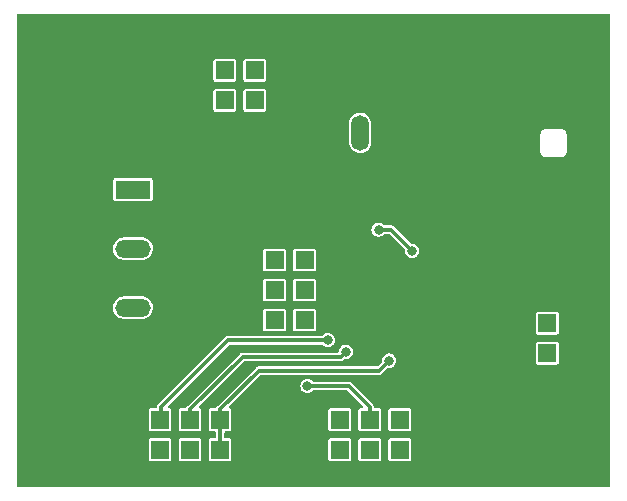
<source format=gbr>
%TF.GenerationSoftware,KiCad,Pcbnew,7.0.5.1-1-g8f565ef7f0-dirty-deb11*%
%TF.CreationDate,2023-07-04T07:55:59+00:00*%
%TF.ProjectId,DRV10987V01,44525631-3039-4383-9756-30312e6b6963,01A*%
%TF.SameCoordinates,Original*%
%TF.FileFunction,Copper,L1,Top*%
%TF.FilePolarity,Positive*%
%FSLAX46Y46*%
G04 Gerber Fmt 4.6, Leading zero omitted, Abs format (unit mm)*
G04 Created by KiCad (PCBNEW 7.0.5.1-1-g8f565ef7f0-dirty-deb11) date 2023-07-04 07:55:59*
%MOMM*%
%LPD*%
G01*
G04 APERTURE LIST*
%TA.AperFunction,ComponentPad*%
%ADD10C,6.000000*%
%TD*%
%TA.AperFunction,ComponentPad*%
%ADD11R,1.500000X3.000000*%
%TD*%
%TA.AperFunction,ComponentPad*%
%ADD12O,1.500000X3.000000*%
%TD*%
%TA.AperFunction,ComponentPad*%
%ADD13R,1.524000X1.524000*%
%TD*%
%TA.AperFunction,ComponentPad*%
%ADD14R,3.000000X1.500000*%
%TD*%
%TA.AperFunction,ComponentPad*%
%ADD15O,3.000000X1.500000*%
%TD*%
%TA.AperFunction,ComponentPad*%
%ADD16C,0.300000*%
%TD*%
%TA.AperFunction,ViaPad*%
%ADD17C,0.800000*%
%TD*%
%TA.AperFunction,Conductor*%
%ADD18C,0.300000*%
%TD*%
G04 APERTURE END LIST*
D10*
%TO.P,M2,1*%
%TO.N,GND*%
X7400000Y40640000D03*
%TD*%
D11*
%TO.P,J11,1*%
%TO.N,GND*%
X36650000Y35350000D03*
D12*
%TO.P,J11,2*%
%TO.N,+12V*%
X31650000Y35350000D03*
%TD*%
D10*
%TO.P,M4,1*%
%TO.N,GND*%
X7400000Y10160000D03*
%TD*%
D13*
%TO.P,J10,1*%
%TO.N,GND*%
X44975000Y16700000D03*
%TO.P,J10,2*%
X44975000Y19240000D03*
%TO.P,J10,3*%
%TO.N,+5V*%
X47515000Y16700000D03*
%TO.P,J10,4*%
X47515000Y19240000D03*
%TO.P,J10,5*%
%TO.N,GND*%
X50055000Y16700000D03*
%TO.P,J10,6*%
X50055000Y19240000D03*
%TD*%
D10*
%TO.P,M3,1*%
%TO.N,GND*%
X48040000Y10160000D03*
%TD*%
D13*
%TO.P,J2,1*%
%TO.N,GND*%
X27400000Y8536250D03*
%TO.P,J2,2*%
X27400000Y11076250D03*
%TO.P,J2,3*%
%TO.N,/SDA*%
X29940000Y8536250D03*
%TO.P,J2,4*%
X29940000Y11076250D03*
%TO.P,J2,5*%
%TO.N,VDD*%
X32480000Y8536250D03*
%TO.P,J2,6*%
X32480000Y11076250D03*
%TO.P,J2,7*%
%TO.N,/SCL*%
X35020000Y8536250D03*
%TO.P,J2,8*%
X35020000Y11076250D03*
%TO.P,J2,9*%
%TO.N,GND*%
X37560000Y8536250D03*
%TO.P,J2,10*%
X37560000Y11076250D03*
%TD*%
D10*
%TO.P,M1,1*%
%TO.N,GND*%
X48040000Y40640000D03*
%TD*%
D13*
%TO.P,J5,1*%
%TO.N,/DIR*%
X14720000Y8525000D03*
%TO.P,J5,2*%
X14720000Y11065000D03*
%TO.P,J5,3*%
%TO.N,/STEP*%
X17260000Y8525000D03*
%TO.P,J5,4*%
X17260000Y11065000D03*
%TO.P,J5,5*%
%TO.N,/FG*%
X19800000Y8525000D03*
%TO.P,J5,6*%
X19800000Y11065000D03*
%TD*%
D14*
%TO.P,J12,1*%
%TO.N,/W*%
X12425000Y30550000D03*
D15*
%TO.P,J12,2*%
%TO.N,/V*%
X12425000Y25550000D03*
%TO.P,J12,3*%
%TO.N,/U*%
X12425000Y20550000D03*
%TD*%
D13*
%TO.P,J6,1*%
%TO.N,/U*%
X26965000Y19500000D03*
%TO.P,J6,2*%
X24425000Y19500000D03*
%TO.P,J6,3*%
%TO.N,/V*%
X26965000Y22040000D03*
%TO.P,J6,4*%
X24425000Y22040000D03*
%TO.P,J6,5*%
%TO.N,/W*%
X26965000Y24580000D03*
%TO.P,J6,6*%
X24425000Y24580000D03*
%TD*%
%TO.P,J3,1*%
%TO.N,GND*%
X20200000Y43180000D03*
%TO.P,J3,2*%
X22740000Y43180000D03*
%TO.P,J3,3*%
%TO.N,+12V*%
X20200000Y40640000D03*
%TO.P,J3,4*%
X22740000Y40640000D03*
%TO.P,J3,5*%
X20200000Y38100000D03*
%TO.P,J3,6*%
X22740000Y38100000D03*
%TO.P,J3,7*%
%TO.N,GND*%
X20200000Y35560000D03*
%TO.P,J3,8*%
X22740000Y35560000D03*
%TD*%
D16*
%TO.P,IC1,25,GND_2*%
%TO.N,GND*%
X34507500Y18660000D03*
X34507500Y19860000D03*
X34507500Y21060000D03*
X34507500Y22260000D03*
X34507500Y23460000D03*
X33307500Y18660000D03*
X33307500Y19860000D03*
X33307500Y21060000D03*
X33307500Y22260000D03*
X33307500Y23460000D03*
X32107500Y18660000D03*
X32107500Y19860000D03*
X32107500Y21060000D03*
X32107500Y22260000D03*
X32107500Y23460000D03*
%TD*%
D17*
%TO.N,GND*%
X18542000Y17957800D03*
X41529000Y8102600D03*
X23520400Y11277600D03*
X29275000Y40575000D03*
X33451800Y24536400D03*
X38506400Y13589000D03*
X23200000Y13750000D03*
X51485800Y26847800D03*
X34467800Y24536400D03*
X18084800Y27051000D03*
X41529000Y9575800D03*
X32100000Y29175000D03*
X23520400Y8966200D03*
X51689000Y23266400D03*
X11938000Y18364200D03*
X32275000Y38450000D03*
X33096200Y17653000D03*
X23500000Y26575000D03*
X27850000Y34375000D03*
X39649400Y15570200D03*
X19253200Y21361400D03*
X50876200Y28752800D03*
X32258000Y25679400D03*
X25501600Y33147000D03*
X42011600Y38100000D03*
X24875000Y13725000D03*
X15544800Y32359600D03*
X12065000Y28397200D03*
X39852600Y12217400D03*
X27825000Y30100000D03*
X32080200Y17653000D03*
X15525000Y18550000D03*
X13385800Y36880800D03*
X13360400Y40843200D03*
X11963400Y23241000D03*
X20675600Y32385000D03*
X32258000Y24536400D03*
X31699200Y16332200D03*
X39825000Y19225000D03*
X24384000Y30810200D03*
%TO.N,Net-(IC1-VCP)*%
X36070000Y25360000D03*
X33220000Y27165000D03*
%TO.N,/STEP*%
X30450000Y16825000D03*
%TO.N,/DIR*%
X28925000Y17800000D03*
%TO.N,/FG*%
X34129977Y16070023D03*
%TO.N,VDD*%
X27200000Y13900000D03*
%TD*%
D18*
%TO.N,Net-(IC1-VCP)*%
X34265000Y27165000D02*
X36070000Y25360000D01*
X33220000Y27165000D02*
X34265000Y27165000D01*
%TO.N,/STEP*%
X30450000Y16825000D02*
X30025000Y16400000D01*
X17260000Y11935000D02*
X17260000Y11065000D01*
X30025000Y16400000D02*
X21725000Y16400000D01*
X21725000Y16400000D02*
X17260000Y11935000D01*
%TO.N,/DIR*%
X14800000Y11145000D02*
X14720000Y11065000D01*
X20450000Y17775000D02*
X14800000Y12125000D01*
X28900000Y17775000D02*
X20450000Y17775000D01*
X28925000Y17800000D02*
X28900000Y17775000D01*
X14800000Y12125000D02*
X14800000Y11145000D01*
%TO.N,/FG*%
X34129977Y16070023D02*
X34095023Y16070023D01*
X34095023Y16070023D02*
X33250000Y15225000D01*
X23100000Y15225000D02*
X19810000Y11935000D01*
X33250000Y15225000D02*
X23100000Y15225000D01*
X19810000Y11935000D02*
X19810000Y8510000D01*
%TO.N,VDD*%
X32480000Y12145000D02*
X32480000Y11076250D01*
X27200000Y13900000D02*
X30725000Y13900000D01*
X30725000Y13900000D02*
X32480000Y12145000D01*
%TD*%
%TA.AperFunction,Conductor*%
%TO.N,GND*%
G36*
X52798539Y45435815D02*
G01*
X52844294Y45383011D01*
X52855500Y45331500D01*
X52855500Y5468500D01*
X52835815Y5401461D01*
X52783011Y5355706D01*
X52731500Y5344500D01*
X2708500Y5344500D01*
X2641461Y5364185D01*
X2595706Y5416989D01*
X2584500Y5468500D01*
X2584500Y7743248D01*
X13757500Y7743248D01*
X13769131Y7684771D01*
X13769132Y7684770D01*
X13813447Y7618448D01*
X13879769Y7574133D01*
X13879770Y7574132D01*
X13938247Y7562501D01*
X13938250Y7562500D01*
X13938252Y7562500D01*
X15501750Y7562500D01*
X15501751Y7562501D01*
X15516568Y7565448D01*
X15560229Y7574132D01*
X15560229Y7574133D01*
X15560231Y7574133D01*
X15626552Y7618448D01*
X15670867Y7684769D01*
X15670867Y7684771D01*
X15670868Y7684771D01*
X15682499Y7743248D01*
X16297500Y7743248D01*
X16309131Y7684771D01*
X16309132Y7684770D01*
X16353447Y7618448D01*
X16419769Y7574133D01*
X16419770Y7574132D01*
X16478247Y7562501D01*
X16478250Y7562500D01*
X16478252Y7562500D01*
X18041750Y7562500D01*
X18041751Y7562501D01*
X18056568Y7565448D01*
X18100229Y7574132D01*
X18100229Y7574133D01*
X18100231Y7574133D01*
X18166552Y7618448D01*
X18210867Y7684769D01*
X18210867Y7684771D01*
X18210868Y7684771D01*
X18222499Y7743248D01*
X18837500Y7743248D01*
X18849131Y7684771D01*
X18849132Y7684770D01*
X18893447Y7618448D01*
X18959769Y7574133D01*
X18959770Y7574132D01*
X19018247Y7562501D01*
X19018250Y7562500D01*
X19018252Y7562500D01*
X20581750Y7562500D01*
X20581751Y7562501D01*
X20596568Y7565448D01*
X20640229Y7574132D01*
X20640229Y7574133D01*
X20640231Y7574133D01*
X20706552Y7618448D01*
X20750867Y7684769D01*
X20750867Y7684771D01*
X20750868Y7684771D01*
X20762499Y7743248D01*
X20762500Y7743250D01*
X20762500Y7754498D01*
X28977500Y7754498D01*
X28989131Y7696021D01*
X28989132Y7696020D01*
X29033447Y7629698D01*
X29099769Y7585383D01*
X29099770Y7585382D01*
X29158247Y7573751D01*
X29158250Y7573750D01*
X29158252Y7573750D01*
X30721750Y7573750D01*
X30721751Y7573751D01*
X30736568Y7576698D01*
X30780229Y7585382D01*
X30780229Y7585383D01*
X30780231Y7585383D01*
X30846552Y7629698D01*
X30890867Y7696019D01*
X30890867Y7696021D01*
X30890868Y7696021D01*
X30902499Y7754498D01*
X31517500Y7754498D01*
X31529131Y7696021D01*
X31529132Y7696020D01*
X31573447Y7629698D01*
X31639769Y7585383D01*
X31639770Y7585382D01*
X31698247Y7573751D01*
X31698250Y7573750D01*
X31698252Y7573750D01*
X33261750Y7573750D01*
X33261751Y7573751D01*
X33276568Y7576698D01*
X33320229Y7585382D01*
X33320229Y7585383D01*
X33320231Y7585383D01*
X33386552Y7629698D01*
X33430867Y7696019D01*
X33430867Y7696021D01*
X33430868Y7696021D01*
X33442499Y7754498D01*
X34057500Y7754498D01*
X34069131Y7696021D01*
X34069132Y7696020D01*
X34113447Y7629698D01*
X34179769Y7585383D01*
X34179770Y7585382D01*
X34238247Y7573751D01*
X34238250Y7573750D01*
X34238252Y7573750D01*
X35801750Y7573750D01*
X35801751Y7573751D01*
X35816568Y7576698D01*
X35860229Y7585382D01*
X35860229Y7585383D01*
X35860231Y7585383D01*
X35926552Y7629698D01*
X35970867Y7696019D01*
X35970867Y7696021D01*
X35970868Y7696021D01*
X35982499Y7754498D01*
X35982500Y7754500D01*
X35982500Y9318001D01*
X35982499Y9318003D01*
X35970868Y9376480D01*
X35970867Y9376481D01*
X35926552Y9442803D01*
X35860230Y9487118D01*
X35860229Y9487119D01*
X35801752Y9498750D01*
X35801748Y9498750D01*
X34238252Y9498750D01*
X34238247Y9498750D01*
X34179770Y9487119D01*
X34179769Y9487118D01*
X34113447Y9442803D01*
X34069132Y9376481D01*
X34069131Y9376480D01*
X34057500Y9318003D01*
X34057500Y7754498D01*
X33442499Y7754498D01*
X33442500Y7754500D01*
X33442500Y9318001D01*
X33442499Y9318003D01*
X33430868Y9376480D01*
X33430867Y9376481D01*
X33386552Y9442803D01*
X33320230Y9487118D01*
X33320229Y9487119D01*
X33261752Y9498750D01*
X33261748Y9498750D01*
X31698252Y9498750D01*
X31698247Y9498750D01*
X31639770Y9487119D01*
X31639769Y9487118D01*
X31573447Y9442803D01*
X31529132Y9376481D01*
X31529131Y9376480D01*
X31517500Y9318003D01*
X31517500Y7754498D01*
X30902499Y7754498D01*
X30902500Y7754500D01*
X30902500Y9318001D01*
X30902499Y9318003D01*
X30890868Y9376480D01*
X30890867Y9376481D01*
X30846552Y9442803D01*
X30780230Y9487118D01*
X30780229Y9487119D01*
X30721752Y9498750D01*
X30721748Y9498750D01*
X29158252Y9498750D01*
X29158247Y9498750D01*
X29099770Y9487119D01*
X29099769Y9487118D01*
X29033447Y9442803D01*
X28989132Y9376481D01*
X28989131Y9376480D01*
X28977500Y9318003D01*
X28977500Y7754498D01*
X20762500Y7754498D01*
X20762500Y9306751D01*
X20762499Y9306753D01*
X20750868Y9365230D01*
X20750867Y9365231D01*
X20706552Y9431553D01*
X20640230Y9475868D01*
X20640229Y9475869D01*
X20581752Y9487500D01*
X20581748Y9487500D01*
X20284500Y9487500D01*
X20217461Y9507185D01*
X20171706Y9559989D01*
X20160500Y9611500D01*
X20160500Y9978500D01*
X20180185Y10045539D01*
X20232989Y10091294D01*
X20284500Y10102500D01*
X20581750Y10102500D01*
X20581751Y10102501D01*
X20596568Y10105448D01*
X20640229Y10114132D01*
X20640229Y10114133D01*
X20640231Y10114133D01*
X20706552Y10158448D01*
X20750867Y10224769D01*
X20750867Y10224771D01*
X20750868Y10224771D01*
X20762499Y10283248D01*
X20762500Y10283250D01*
X20762500Y10294498D01*
X28977500Y10294498D01*
X28989131Y10236021D01*
X28989132Y10236020D01*
X29033447Y10169698D01*
X29099769Y10125383D01*
X29099770Y10125382D01*
X29158247Y10113751D01*
X29158250Y10113750D01*
X29158252Y10113750D01*
X30721750Y10113750D01*
X30721751Y10113751D01*
X30736568Y10116698D01*
X30780229Y10125382D01*
X30780229Y10125383D01*
X30780231Y10125383D01*
X30846552Y10169698D01*
X30890867Y10236019D01*
X30890867Y10236021D01*
X30890868Y10236021D01*
X30902499Y10294498D01*
X30902500Y10294500D01*
X30902500Y11858001D01*
X30902499Y11858003D01*
X30890868Y11916480D01*
X30890867Y11916481D01*
X30846552Y11982803D01*
X30780230Y12027118D01*
X30780229Y12027119D01*
X30721752Y12038750D01*
X30721748Y12038750D01*
X29158252Y12038750D01*
X29158247Y12038750D01*
X29099770Y12027119D01*
X29099769Y12027118D01*
X29033447Y11982803D01*
X28989132Y11916481D01*
X28989131Y11916480D01*
X28977500Y11858003D01*
X28977500Y10294498D01*
X20762500Y10294498D01*
X20762500Y11846751D01*
X20762499Y11846753D01*
X20750868Y11905230D01*
X20750867Y11905231D01*
X20706552Y11971553D01*
X20640229Y12015869D01*
X20632298Y12019154D01*
X20577896Y12062998D01*
X20555835Y12129293D01*
X20573117Y12196992D01*
X20592071Y12221390D01*
X22270681Y13899999D01*
X26594318Y13899999D01*
X26614955Y13743240D01*
X26614956Y13743238D01*
X26675464Y13597159D01*
X26771718Y13471718D01*
X26897159Y13375464D01*
X27043238Y13314956D01*
X27121619Y13304638D01*
X27199999Y13294318D01*
X27200000Y13294318D01*
X27200001Y13294318D01*
X27252254Y13301198D01*
X27356762Y13314956D01*
X27502841Y13375464D01*
X27628282Y13471718D01*
X27650741Y13500989D01*
X27707168Y13542189D01*
X27749116Y13549500D01*
X30528456Y13549500D01*
X30595495Y13529815D01*
X30616137Y13513181D01*
X31878888Y12250431D01*
X31912373Y12189108D01*
X31907389Y12119416D01*
X31865517Y12063483D01*
X31800053Y12039066D01*
X31791207Y12038750D01*
X31698247Y12038750D01*
X31639770Y12027119D01*
X31639769Y12027118D01*
X31573447Y11982803D01*
X31529132Y11916481D01*
X31529131Y11916480D01*
X31517500Y11858003D01*
X31517500Y10294498D01*
X31529131Y10236021D01*
X31529132Y10236020D01*
X31573447Y10169698D01*
X31639769Y10125383D01*
X31639770Y10125382D01*
X31698247Y10113751D01*
X31698250Y10113750D01*
X31698252Y10113750D01*
X33261750Y10113750D01*
X33261751Y10113751D01*
X33276568Y10116698D01*
X33320229Y10125382D01*
X33320229Y10125383D01*
X33320231Y10125383D01*
X33386552Y10169698D01*
X33430867Y10236019D01*
X33430867Y10236021D01*
X33430868Y10236021D01*
X33442499Y10294498D01*
X34057500Y10294498D01*
X34069131Y10236021D01*
X34069132Y10236020D01*
X34113447Y10169698D01*
X34179769Y10125383D01*
X34179770Y10125382D01*
X34238247Y10113751D01*
X34238250Y10113750D01*
X34238252Y10113750D01*
X35801750Y10113750D01*
X35801751Y10113751D01*
X35816568Y10116698D01*
X35860229Y10125382D01*
X35860229Y10125383D01*
X35860231Y10125383D01*
X35926552Y10169698D01*
X35970867Y10236019D01*
X35970867Y10236021D01*
X35970868Y10236021D01*
X35982499Y10294498D01*
X35982500Y10294500D01*
X35982500Y11858001D01*
X35982499Y11858003D01*
X35970868Y11916480D01*
X35970867Y11916481D01*
X35926552Y11982803D01*
X35860230Y12027118D01*
X35860229Y12027119D01*
X35801752Y12038750D01*
X35801748Y12038750D01*
X34238252Y12038750D01*
X34238247Y12038750D01*
X34179770Y12027119D01*
X34179769Y12027118D01*
X34113447Y11982803D01*
X34069132Y11916481D01*
X34069131Y11916480D01*
X34057500Y11858003D01*
X34057500Y10294498D01*
X33442499Y10294498D01*
X33442500Y10294500D01*
X33442500Y11858001D01*
X33442499Y11858003D01*
X33430868Y11916480D01*
X33430867Y11916481D01*
X33386552Y11982803D01*
X33320230Y12027118D01*
X33320229Y12027119D01*
X33261752Y12038750D01*
X33261748Y12038750D01*
X32955960Y12038750D01*
X32888921Y12058435D01*
X32843166Y12111239D01*
X32832913Y12147410D01*
X32830977Y12162937D01*
X32830500Y12170615D01*
X32830500Y12174038D01*
X32828923Y12183488D01*
X32827118Y12194301D01*
X32826754Y12196810D01*
X32820573Y12246393D01*
X32818477Y12253432D01*
X32816091Y12260384D01*
X32792317Y12304312D01*
X32791157Y12306563D01*
X32776963Y12335599D01*
X32769200Y12351481D01*
X32764919Y12357476D01*
X32760420Y12363256D01*
X32760418Y12363258D01*
X32723642Y12397113D01*
X32721820Y12398862D01*
X31007637Y14113045D01*
X30991511Y14132902D01*
X30986437Y14140669D01*
X30960487Y14160867D01*
X30954741Y14165941D01*
X30952307Y14168375D01*
X30935609Y14180297D01*
X30933555Y14181829D01*
X30906558Y14202841D01*
X30894126Y14212517D01*
X30894124Y14212518D01*
X30887648Y14216023D01*
X30881066Y14219241D01*
X30833182Y14233497D01*
X30830743Y14234278D01*
X30783484Y14250502D01*
X30776269Y14251706D01*
X30768953Y14252618D01*
X30720139Y14250599D01*
X30719049Y14250553D01*
X30716489Y14250500D01*
X27749116Y14250500D01*
X27682077Y14270185D01*
X27650742Y14299011D01*
X27628282Y14328282D01*
X27502841Y14424536D01*
X27356762Y14485044D01*
X27356760Y14485045D01*
X27200001Y14505682D01*
X27199999Y14505682D01*
X27043239Y14485045D01*
X27043237Y14485044D01*
X26897160Y14424537D01*
X26771718Y14328282D01*
X26675463Y14202840D01*
X26614956Y14056763D01*
X26614955Y14056761D01*
X26594318Y13900002D01*
X26594318Y13899999D01*
X22270681Y13899999D01*
X23208863Y14838181D01*
X23270186Y14871666D01*
X23296544Y14874500D01*
X33200789Y14874500D01*
X33226234Y14871862D01*
X33235315Y14869957D01*
X33251005Y14871913D01*
X33267939Y14874023D01*
X33275615Y14874500D01*
X33279035Y14874500D01*
X33279040Y14874500D01*
X33288303Y14876046D01*
X33299278Y14877877D01*
X33301811Y14878247D01*
X33351393Y14884427D01*
X33351399Y14884431D01*
X33358451Y14886530D01*
X33365377Y14888908D01*
X33365381Y14888908D01*
X33394266Y14904541D01*
X33409329Y14912692D01*
X33411590Y14913857D01*
X33456484Y14935802D01*
X33456487Y14935806D01*
X33462453Y14940065D01*
X33468254Y14944581D01*
X33468258Y14944582D01*
X33502101Y14981347D01*
X33503826Y14983146D01*
X33958648Y15437968D01*
X34019969Y15471451D01*
X34062507Y15473224D01*
X34129977Y15464341D01*
X34129977Y15464342D01*
X34129978Y15464341D01*
X34197450Y15473224D01*
X34286739Y15484979D01*
X34432818Y15545487D01*
X34558259Y15641741D01*
X34654513Y15767182D01*
X34715021Y15913261D01*
X34715678Y15918248D01*
X46552500Y15918248D01*
X46564131Y15859771D01*
X46564132Y15859770D01*
X46608447Y15793448D01*
X46674769Y15749133D01*
X46674770Y15749132D01*
X46733247Y15737501D01*
X46733250Y15737500D01*
X46733252Y15737500D01*
X48296750Y15737500D01*
X48296751Y15737501D01*
X48311568Y15740448D01*
X48355229Y15749132D01*
X48355229Y15749133D01*
X48355231Y15749133D01*
X48421552Y15793448D01*
X48465867Y15859769D01*
X48465867Y15859771D01*
X48465868Y15859771D01*
X48476507Y15913261D01*
X48477500Y15918252D01*
X48477500Y17481748D01*
X48477500Y17481751D01*
X48477499Y17481753D01*
X48465868Y17540230D01*
X48465867Y17540231D01*
X48421552Y17606553D01*
X48355230Y17650868D01*
X48355229Y17650869D01*
X48296752Y17662500D01*
X48296748Y17662500D01*
X46733252Y17662500D01*
X46733247Y17662500D01*
X46674770Y17650869D01*
X46674769Y17650868D01*
X46608447Y17606553D01*
X46564132Y17540231D01*
X46564131Y17540230D01*
X46552500Y17481753D01*
X46552500Y15918248D01*
X34715678Y15918248D01*
X34733402Y16052877D01*
X34735659Y16070022D01*
X34735659Y16070025D01*
X34715021Y16226784D01*
X34715021Y16226785D01*
X34654513Y16372864D01*
X34558259Y16498305D01*
X34432818Y16594559D01*
X34286739Y16655067D01*
X34286737Y16655068D01*
X34129978Y16675705D01*
X34129976Y16675705D01*
X33973216Y16655068D01*
X33973214Y16655067D01*
X33827137Y16594560D01*
X33701695Y16498305D01*
X33605440Y16372863D01*
X33544933Y16226786D01*
X33544932Y16226784D01*
X33524295Y16070025D01*
X33524295Y16070021D01*
X33525044Y16064329D01*
X33514275Y15995294D01*
X33489785Y15960469D01*
X33141137Y15611819D01*
X33079814Y15578334D01*
X33053456Y15575500D01*
X23149211Y15575500D01*
X23123765Y15578139D01*
X23122835Y15578334D01*
X23114685Y15580043D01*
X23114684Y15580043D01*
X23114682Y15580043D01*
X23082061Y15575977D01*
X23074385Y15575500D01*
X23070960Y15575500D01*
X23050728Y15572125D01*
X23048196Y15571756D01*
X22998611Y15565575D01*
X22991560Y15563476D01*
X22984617Y15561092D01*
X22940678Y15537314D01*
X22938402Y15536142D01*
X22893515Y15514198D01*
X22887529Y15509925D01*
X22881743Y15505421D01*
X22847902Y15468659D01*
X22846128Y15466811D01*
X19596955Y12217639D01*
X19577106Y12201518D01*
X19569331Y12196438D01*
X19549143Y12170502D01*
X19544067Y12164752D01*
X19541634Y12162319D01*
X19541624Y12162306D01*
X19529695Y12145599D01*
X19528164Y12143547D01*
X19497483Y12104128D01*
X19493976Y12097648D01*
X19493699Y12097080D01*
X19493625Y12097000D01*
X19491200Y12092518D01*
X19487224Y12086131D01*
X19484975Y12082964D01*
X19482448Y12084758D01*
X19446590Y12045481D01*
X19382279Y12027500D01*
X19018247Y12027500D01*
X18959770Y12015869D01*
X18959769Y12015868D01*
X18893447Y11971553D01*
X18849132Y11905231D01*
X18849131Y11905230D01*
X18837500Y11846753D01*
X18837500Y10283248D01*
X18849131Y10224771D01*
X18849132Y10224770D01*
X18893447Y10158448D01*
X18959769Y10114133D01*
X18959770Y10114132D01*
X19018247Y10102501D01*
X19018250Y10102500D01*
X19018252Y10102500D01*
X19335500Y10102500D01*
X19402539Y10082815D01*
X19448294Y10030011D01*
X19459500Y9978500D01*
X19459500Y9611500D01*
X19439815Y9544461D01*
X19387011Y9498706D01*
X19335500Y9487500D01*
X19018247Y9487500D01*
X18959770Y9475869D01*
X18959769Y9475868D01*
X18893447Y9431553D01*
X18849132Y9365231D01*
X18849131Y9365230D01*
X18837500Y9306753D01*
X18837500Y7743248D01*
X18222499Y7743248D01*
X18222500Y7743250D01*
X18222500Y9306751D01*
X18222499Y9306753D01*
X18210868Y9365230D01*
X18210867Y9365231D01*
X18166552Y9431553D01*
X18100230Y9475868D01*
X18100229Y9475869D01*
X18041752Y9487500D01*
X18041748Y9487500D01*
X16478252Y9487500D01*
X16478247Y9487500D01*
X16419770Y9475869D01*
X16419769Y9475868D01*
X16353447Y9431553D01*
X16309132Y9365231D01*
X16309131Y9365230D01*
X16297500Y9306753D01*
X16297500Y7743248D01*
X15682499Y7743248D01*
X15682500Y7743250D01*
X15682500Y9306751D01*
X15682499Y9306753D01*
X15670868Y9365230D01*
X15670867Y9365231D01*
X15626552Y9431553D01*
X15560230Y9475868D01*
X15560229Y9475869D01*
X15501752Y9487500D01*
X15501748Y9487500D01*
X13938252Y9487500D01*
X13938247Y9487500D01*
X13879770Y9475869D01*
X13879769Y9475868D01*
X13813447Y9431553D01*
X13769132Y9365231D01*
X13769131Y9365230D01*
X13757500Y9306753D01*
X13757500Y7743248D01*
X2584500Y7743248D01*
X2584500Y10283248D01*
X13757500Y10283248D01*
X13769131Y10224771D01*
X13769132Y10224770D01*
X13813447Y10158448D01*
X13879769Y10114133D01*
X13879770Y10114132D01*
X13938247Y10102501D01*
X13938250Y10102500D01*
X13938252Y10102500D01*
X15501750Y10102500D01*
X15501751Y10102501D01*
X15516568Y10105448D01*
X15560229Y10114132D01*
X15560229Y10114133D01*
X15560231Y10114133D01*
X15626552Y10158448D01*
X15670867Y10224769D01*
X15670867Y10224771D01*
X15670868Y10224771D01*
X15682499Y10283248D01*
X16297500Y10283248D01*
X16309131Y10224771D01*
X16309132Y10224770D01*
X16353447Y10158448D01*
X16419769Y10114133D01*
X16419770Y10114132D01*
X16478247Y10102501D01*
X16478250Y10102500D01*
X16478252Y10102500D01*
X18041750Y10102500D01*
X18041751Y10102501D01*
X18056568Y10105448D01*
X18100229Y10114132D01*
X18100229Y10114133D01*
X18100231Y10114133D01*
X18166552Y10158448D01*
X18210867Y10224769D01*
X18210867Y10224771D01*
X18210868Y10224771D01*
X18222499Y10283248D01*
X18222500Y10283250D01*
X18222500Y11846751D01*
X18222499Y11846753D01*
X18210868Y11905230D01*
X18210867Y11905231D01*
X18166552Y11971553D01*
X18100230Y12015868D01*
X18088946Y12020542D01*
X18090202Y12023576D01*
X18045915Y12046741D01*
X18011341Y12107457D01*
X18015080Y12177226D01*
X18044334Y12223653D01*
X21833863Y16013181D01*
X21895186Y16046666D01*
X21921544Y16049500D01*
X29975789Y16049500D01*
X30001234Y16046862D01*
X30010315Y16044957D01*
X30026005Y16046913D01*
X30042939Y16049023D01*
X30050615Y16049500D01*
X30054035Y16049500D01*
X30054040Y16049500D01*
X30063303Y16051046D01*
X30074278Y16052877D01*
X30076811Y16053247D01*
X30126393Y16059427D01*
X30126399Y16059431D01*
X30133451Y16061530D01*
X30140377Y16063908D01*
X30140381Y16063908D01*
X30169266Y16079541D01*
X30184329Y16087692D01*
X30186590Y16088857D01*
X30231484Y16110802D01*
X30231487Y16110806D01*
X30237453Y16115065D01*
X30243254Y16119581D01*
X30243258Y16119582D01*
X30277102Y16156348D01*
X30278827Y16158147D01*
X30309558Y16188878D01*
X30370879Y16222361D01*
X30413419Y16224134D01*
X30450000Y16219318D01*
X30606762Y16239956D01*
X30752841Y16300464D01*
X30878282Y16396718D01*
X30974536Y16522159D01*
X31035044Y16668238D01*
X31055682Y16825000D01*
X31035044Y16981762D01*
X30974536Y17127841D01*
X30878282Y17253282D01*
X30752841Y17349536D01*
X30699279Y17371722D01*
X30606762Y17410044D01*
X30606760Y17410045D01*
X30450001Y17430682D01*
X30449999Y17430682D01*
X30293239Y17410045D01*
X30293237Y17410044D01*
X30147160Y17349537D01*
X30021718Y17253282D01*
X29925463Y17127840D01*
X29864956Y16981763D01*
X29864955Y16981761D01*
X29848704Y16858315D01*
X29820438Y16794418D01*
X29762113Y16755947D01*
X29725765Y16750500D01*
X21774212Y16750500D01*
X21748766Y16753139D01*
X21739686Y16755043D01*
X21739685Y16755043D01*
X21739683Y16755043D01*
X21707062Y16750977D01*
X21699386Y16750500D01*
X21695960Y16750500D01*
X21675733Y16747125D01*
X21673200Y16746756D01*
X21623611Y16740575D01*
X21616547Y16738472D01*
X21609619Y16736093D01*
X21565679Y16712315D01*
X21563403Y16711144D01*
X21518516Y16689199D01*
X21512564Y16684951D01*
X21506739Y16680417D01*
X21472913Y16643671D01*
X21471139Y16641823D01*
X17046955Y12217639D01*
X17027106Y12201518D01*
X17019331Y12196438D01*
X16999143Y12170502D01*
X16994067Y12164752D01*
X16991634Y12162319D01*
X16991624Y12162306D01*
X16979695Y12145599D01*
X16978164Y12143547D01*
X16947483Y12104128D01*
X16943976Y12097648D01*
X16943699Y12097080D01*
X16943625Y12097000D01*
X16941200Y12092518D01*
X16937224Y12086131D01*
X16934975Y12082964D01*
X16932448Y12084758D01*
X16896590Y12045481D01*
X16832279Y12027500D01*
X16478247Y12027500D01*
X16419770Y12015869D01*
X16419769Y12015868D01*
X16353447Y11971553D01*
X16309132Y11905231D01*
X16309131Y11905230D01*
X16297500Y11846753D01*
X16297500Y10283248D01*
X15682499Y10283248D01*
X15682500Y10283250D01*
X15682500Y11846751D01*
X15682499Y11846753D01*
X15670868Y11905230D01*
X15670867Y11905231D01*
X15626552Y11971553D01*
X15560230Y12015868D01*
X15560229Y12015869D01*
X15501752Y12027500D01*
X15501748Y12027500D01*
X15497544Y12027500D01*
X15430505Y12047185D01*
X15384750Y12099989D01*
X15374806Y12169147D01*
X15403831Y12232703D01*
X15409863Y12239181D01*
X20558863Y17388181D01*
X20620186Y17421666D01*
X20646544Y17424500D01*
X28395067Y17424500D01*
X28462106Y17404815D01*
X28493441Y17375988D01*
X28496328Y17372226D01*
X28496718Y17371718D01*
X28622159Y17275464D01*
X28768238Y17214956D01*
X28846618Y17204637D01*
X28924999Y17194318D01*
X28925000Y17194318D01*
X28925001Y17194318D01*
X28977253Y17201198D01*
X29081762Y17214956D01*
X29227841Y17275464D01*
X29353282Y17371718D01*
X29449536Y17497159D01*
X29510044Y17643238D01*
X29530682Y17800000D01*
X29510044Y17956762D01*
X29449536Y18102841D01*
X29353282Y18228282D01*
X29227841Y18324536D01*
X29081762Y18385044D01*
X29081760Y18385045D01*
X28925001Y18405682D01*
X28924999Y18405682D01*
X28768239Y18385045D01*
X28768237Y18385044D01*
X28622160Y18324537D01*
X28496716Y18228281D01*
X28455077Y18174014D01*
X28398649Y18132811D01*
X28356701Y18125500D01*
X20499211Y18125500D01*
X20473765Y18128139D01*
X20464685Y18130043D01*
X20464684Y18130043D01*
X20464682Y18130043D01*
X20432061Y18125977D01*
X20424385Y18125500D01*
X20420960Y18125500D01*
X20400728Y18122125D01*
X20398196Y18121756D01*
X20348611Y18115575D01*
X20341560Y18113476D01*
X20334617Y18111092D01*
X20290678Y18087314D01*
X20288402Y18086142D01*
X20243515Y18064198D01*
X20237529Y18059925D01*
X20231743Y18055421D01*
X20197902Y18018659D01*
X20196128Y18016811D01*
X14586955Y12407639D01*
X14567106Y12391518D01*
X14559331Y12386438D01*
X14539143Y12360502D01*
X14534067Y12354752D01*
X14531634Y12352319D01*
X14531624Y12352306D01*
X14519695Y12335599D01*
X14518164Y12333547D01*
X14487483Y12294128D01*
X14483975Y12287647D01*
X14480761Y12281069D01*
X14466506Y12233191D01*
X14465725Y12230754D01*
X14449499Y12183488D01*
X14448294Y12176267D01*
X14447382Y12168955D01*
X14447893Y12156627D01*
X14430997Y12088831D01*
X14380130Y12040932D01*
X14323999Y12027500D01*
X13938247Y12027500D01*
X13879770Y12015869D01*
X13879769Y12015868D01*
X13813447Y11971553D01*
X13769132Y11905231D01*
X13769131Y11905230D01*
X13757500Y11846753D01*
X13757500Y10283248D01*
X2584500Y10283248D01*
X2584500Y18458248D01*
X46552500Y18458248D01*
X46564131Y18399771D01*
X46564132Y18399770D01*
X46608447Y18333448D01*
X46674769Y18289133D01*
X46674770Y18289132D01*
X46733247Y18277501D01*
X46733250Y18277500D01*
X46733252Y18277500D01*
X48296750Y18277500D01*
X48296751Y18277501D01*
X48311568Y18280448D01*
X48355229Y18289132D01*
X48355229Y18289133D01*
X48355231Y18289133D01*
X48421552Y18333448D01*
X48465867Y18399769D01*
X48465867Y18399771D01*
X48465868Y18399771D01*
X48477499Y18458248D01*
X48477500Y18458250D01*
X48477500Y20021751D01*
X48477499Y20021753D01*
X48465868Y20080230D01*
X48465867Y20080231D01*
X48421552Y20146553D01*
X48355230Y20190868D01*
X48355229Y20190869D01*
X48296752Y20202500D01*
X48296748Y20202500D01*
X46733252Y20202500D01*
X46733247Y20202500D01*
X46674770Y20190869D01*
X46674769Y20190868D01*
X46608447Y20146553D01*
X46564132Y20080231D01*
X46564131Y20080230D01*
X46552500Y20021753D01*
X46552500Y18458248D01*
X2584500Y18458248D01*
X2584500Y18718248D01*
X23462500Y18718248D01*
X23474131Y18659771D01*
X23474132Y18659770D01*
X23518447Y18593448D01*
X23584769Y18549133D01*
X23584770Y18549132D01*
X23643247Y18537501D01*
X23643250Y18537500D01*
X23643252Y18537500D01*
X25206750Y18537500D01*
X25206751Y18537501D01*
X25221568Y18540448D01*
X25265229Y18549132D01*
X25265229Y18549133D01*
X25265231Y18549133D01*
X25331552Y18593448D01*
X25375867Y18659769D01*
X25375867Y18659771D01*
X25375868Y18659771D01*
X25387499Y18718248D01*
X26002500Y18718248D01*
X26014131Y18659771D01*
X26014132Y18659770D01*
X26058447Y18593448D01*
X26124769Y18549133D01*
X26124770Y18549132D01*
X26183247Y18537501D01*
X26183250Y18537500D01*
X26183252Y18537500D01*
X27746750Y18537500D01*
X27746751Y18537501D01*
X27761568Y18540448D01*
X27805229Y18549132D01*
X27805229Y18549133D01*
X27805231Y18549133D01*
X27871552Y18593448D01*
X27915867Y18659769D01*
X27915867Y18659771D01*
X27915868Y18659771D01*
X27927499Y18718248D01*
X27927500Y18718250D01*
X27927500Y20281751D01*
X27927499Y20281753D01*
X27915868Y20340230D01*
X27915867Y20340231D01*
X27871552Y20406553D01*
X27805230Y20450868D01*
X27805229Y20450869D01*
X27746752Y20462500D01*
X27746748Y20462500D01*
X26183252Y20462500D01*
X26183247Y20462500D01*
X26124770Y20450869D01*
X26124769Y20450868D01*
X26058447Y20406553D01*
X26014132Y20340231D01*
X26014131Y20340230D01*
X26002500Y20281753D01*
X26002500Y18718248D01*
X25387499Y18718248D01*
X25387500Y18718250D01*
X25387500Y20281751D01*
X25387499Y20281753D01*
X25375868Y20340230D01*
X25375867Y20340231D01*
X25331552Y20406553D01*
X25265230Y20450868D01*
X25265229Y20450869D01*
X25206752Y20462500D01*
X25206748Y20462500D01*
X23643252Y20462500D01*
X23643247Y20462500D01*
X23584770Y20450869D01*
X23584769Y20450868D01*
X23518447Y20406553D01*
X23474132Y20340231D01*
X23474131Y20340230D01*
X23462500Y20281753D01*
X23462500Y18718248D01*
X2584500Y18718248D01*
X2584500Y20501610D01*
X10720824Y20501610D01*
X10750095Y20310534D01*
X10750098Y20310522D01*
X10817234Y20129252D01*
X10817238Y20129243D01*
X10919488Y19965197D01*
X10919489Y19965196D01*
X10919491Y19965193D01*
X11052677Y19825081D01*
X11211342Y19714647D01*
X11388988Y19638413D01*
X11578344Y19599500D01*
X13223207Y19599500D01*
X13367322Y19614155D01*
X13551759Y19672023D01*
X13551760Y19672024D01*
X13551768Y19672026D01*
X13720791Y19765841D01*
X13867468Y19891760D01*
X13985796Y20044627D01*
X14070930Y20218184D01*
X14119385Y20405326D01*
X14129176Y20598390D01*
X14099903Y20789474D01*
X14032764Y20970753D01*
X13980020Y21055373D01*
X13930511Y21134804D01*
X13930510Y21134805D01*
X13930509Y21134807D01*
X13813170Y21258248D01*
X23462500Y21258248D01*
X23474131Y21199771D01*
X23474132Y21199770D01*
X23518447Y21133448D01*
X23584769Y21089133D01*
X23584770Y21089132D01*
X23643247Y21077501D01*
X23643250Y21077500D01*
X23643252Y21077500D01*
X25206750Y21077500D01*
X25206751Y21077501D01*
X25221568Y21080448D01*
X25265229Y21089132D01*
X25265229Y21089133D01*
X25265231Y21089133D01*
X25331552Y21133448D01*
X25375867Y21199769D01*
X25375867Y21199771D01*
X25375868Y21199771D01*
X25387499Y21258248D01*
X26002500Y21258248D01*
X26014131Y21199771D01*
X26014132Y21199770D01*
X26058447Y21133448D01*
X26124769Y21089133D01*
X26124770Y21089132D01*
X26183247Y21077501D01*
X26183250Y21077500D01*
X26183252Y21077500D01*
X27746750Y21077500D01*
X27746751Y21077501D01*
X27761568Y21080448D01*
X27805229Y21089132D01*
X27805229Y21089133D01*
X27805231Y21089133D01*
X27871552Y21133448D01*
X27915867Y21199769D01*
X27915867Y21199771D01*
X27915868Y21199771D01*
X27927499Y21258248D01*
X27927500Y21258250D01*
X27927500Y22821751D01*
X27927499Y22821753D01*
X27915868Y22880230D01*
X27915867Y22880231D01*
X27871552Y22946553D01*
X27805230Y22990868D01*
X27805229Y22990869D01*
X27746752Y23002500D01*
X27746748Y23002500D01*
X26183252Y23002500D01*
X26183247Y23002500D01*
X26124770Y22990869D01*
X26124769Y22990868D01*
X26058447Y22946553D01*
X26014132Y22880231D01*
X26014131Y22880230D01*
X26002500Y22821753D01*
X26002500Y21258248D01*
X25387499Y21258248D01*
X25387500Y21258250D01*
X25387500Y22821751D01*
X25387499Y22821753D01*
X25375868Y22880230D01*
X25375867Y22880231D01*
X25331552Y22946553D01*
X25265230Y22990868D01*
X25265229Y22990869D01*
X25206752Y23002500D01*
X25206748Y23002500D01*
X23643252Y23002500D01*
X23643247Y23002500D01*
X23584770Y22990869D01*
X23584769Y22990868D01*
X23518447Y22946553D01*
X23474132Y22880231D01*
X23474131Y22880230D01*
X23462500Y22821753D01*
X23462500Y21258248D01*
X13813170Y21258248D01*
X13797323Y21274919D01*
X13712211Y21334159D01*
X13638657Y21385354D01*
X13461012Y21461587D01*
X13271656Y21500500D01*
X11626794Y21500500D01*
X11626793Y21500500D01*
X11482677Y21485846D01*
X11298240Y21427978D01*
X11298225Y21427971D01*
X11129211Y21334161D01*
X11129206Y21334158D01*
X10982533Y21208242D01*
X10982531Y21208241D01*
X10864205Y21055376D01*
X10864203Y21055372D01*
X10779068Y20881813D01*
X10730616Y20694683D01*
X10730615Y20694677D01*
X10720824Y20501610D01*
X2584500Y20501610D01*
X2584500Y23798248D01*
X23462500Y23798248D01*
X23474131Y23739771D01*
X23474132Y23739770D01*
X23518447Y23673448D01*
X23584769Y23629133D01*
X23584770Y23629132D01*
X23643247Y23617501D01*
X23643250Y23617500D01*
X23643252Y23617500D01*
X25206750Y23617500D01*
X25206751Y23617501D01*
X25221568Y23620448D01*
X25265229Y23629132D01*
X25265229Y23629133D01*
X25265231Y23629133D01*
X25331552Y23673448D01*
X25375867Y23739769D01*
X25375867Y23739771D01*
X25375868Y23739771D01*
X25387499Y23798248D01*
X26002500Y23798248D01*
X26014131Y23739771D01*
X26014132Y23739770D01*
X26058447Y23673448D01*
X26124769Y23629133D01*
X26124770Y23629132D01*
X26183247Y23617501D01*
X26183250Y23617500D01*
X26183252Y23617500D01*
X27746750Y23617500D01*
X27746751Y23617501D01*
X27761568Y23620448D01*
X27805229Y23629132D01*
X27805229Y23629133D01*
X27805231Y23629133D01*
X27871552Y23673448D01*
X27915867Y23739769D01*
X27915867Y23739771D01*
X27915868Y23739771D01*
X27927499Y23798248D01*
X27927500Y23798250D01*
X27927500Y25361751D01*
X27927499Y25361753D01*
X27915868Y25420230D01*
X27915867Y25420231D01*
X27871552Y25486553D01*
X27805230Y25530868D01*
X27805229Y25530869D01*
X27746752Y25542500D01*
X27746748Y25542500D01*
X26183252Y25542500D01*
X26183247Y25542500D01*
X26124770Y25530869D01*
X26124769Y25530868D01*
X26058447Y25486553D01*
X26014132Y25420231D01*
X26014131Y25420230D01*
X26002500Y25361753D01*
X26002500Y23798248D01*
X25387499Y23798248D01*
X25387500Y23798250D01*
X25387500Y25361751D01*
X25387499Y25361753D01*
X25375868Y25420230D01*
X25375867Y25420231D01*
X25331552Y25486553D01*
X25265230Y25530868D01*
X25265229Y25530869D01*
X25206752Y25542500D01*
X25206748Y25542500D01*
X23643252Y25542500D01*
X23643247Y25542500D01*
X23584770Y25530869D01*
X23584769Y25530868D01*
X23518447Y25486553D01*
X23474132Y25420231D01*
X23474131Y25420230D01*
X23462500Y25361753D01*
X23462500Y23798248D01*
X2584500Y23798248D01*
X2584500Y25501610D01*
X10720824Y25501610D01*
X10750095Y25310534D01*
X10750098Y25310522D01*
X10817234Y25129252D01*
X10817238Y25129243D01*
X10919488Y24965197D01*
X10919489Y24965196D01*
X10919491Y24965193D01*
X11052677Y24825081D01*
X11211342Y24714647D01*
X11388988Y24638413D01*
X11578344Y24599500D01*
X13223207Y24599500D01*
X13367322Y24614155D01*
X13551759Y24672023D01*
X13551760Y24672024D01*
X13551768Y24672026D01*
X13720791Y24765841D01*
X13867468Y24891760D01*
X13985796Y25044627D01*
X14070930Y25218184D01*
X14119385Y25405326D01*
X14129176Y25598390D01*
X14099903Y25789474D01*
X14032764Y25970753D01*
X14032761Y25970758D01*
X13930511Y26134804D01*
X13930510Y26134805D01*
X13930509Y26134807D01*
X13797323Y26274919D01*
X13712211Y26334159D01*
X13638657Y26385354D01*
X13461012Y26461587D01*
X13271656Y26500500D01*
X11626794Y26500500D01*
X11626793Y26500500D01*
X11482677Y26485846D01*
X11298240Y26427978D01*
X11298225Y26427971D01*
X11129211Y26334161D01*
X11129206Y26334158D01*
X10982533Y26208242D01*
X10982531Y26208241D01*
X10864205Y26055376D01*
X10864203Y26055372D01*
X10779068Y25881813D01*
X10730616Y25694683D01*
X10730615Y25694677D01*
X10720824Y25501610D01*
X2584500Y25501610D01*
X2584500Y27164999D01*
X32614318Y27164999D01*
X32634955Y27008240D01*
X32634956Y27008238D01*
X32695464Y26862159D01*
X32791718Y26736718D01*
X32917159Y26640464D01*
X33063238Y26579956D01*
X33141618Y26569637D01*
X33219999Y26559318D01*
X33220000Y26559318D01*
X33220001Y26559318D01*
X33272253Y26566198D01*
X33376762Y26579956D01*
X33522841Y26640464D01*
X33648282Y26736718D01*
X33670741Y26765989D01*
X33727168Y26807189D01*
X33769116Y26814500D01*
X34068456Y26814500D01*
X34135495Y26794815D01*
X34156137Y26778181D01*
X35433875Y25500443D01*
X35467360Y25439120D01*
X35469133Y25396578D01*
X35464318Y25360002D01*
X35464318Y25359999D01*
X35484955Y25203240D01*
X35484956Y25203238D01*
X35545464Y25057159D01*
X35641718Y24931718D01*
X35767159Y24835464D01*
X35913238Y24774956D01*
X35982474Y24765841D01*
X36069999Y24754318D01*
X36070000Y24754318D01*
X36070001Y24754318D01*
X36122254Y24761198D01*
X36226762Y24774956D01*
X36372841Y24835464D01*
X36498282Y24931718D01*
X36594536Y25057159D01*
X36655044Y25203238D01*
X36675682Y25360000D01*
X36675451Y25361751D01*
X36655044Y25516761D01*
X36655044Y25516762D01*
X36594536Y25662841D01*
X36498282Y25788282D01*
X36372841Y25884536D01*
X36226762Y25945044D01*
X36226760Y25945045D01*
X36070002Y25965682D01*
X36069998Y25965682D01*
X36033422Y25960867D01*
X35964387Y25971633D01*
X35929557Y25996125D01*
X34547637Y27378045D01*
X34531511Y27397902D01*
X34526437Y27405669D01*
X34500487Y27425867D01*
X34494741Y27430941D01*
X34492307Y27433375D01*
X34475609Y27445297D01*
X34473555Y27446829D01*
X34446558Y27467841D01*
X34434126Y27477517D01*
X34434124Y27477518D01*
X34427648Y27481023D01*
X34421066Y27484241D01*
X34373182Y27498497D01*
X34370743Y27499278D01*
X34323484Y27515502D01*
X34316269Y27516706D01*
X34308953Y27517618D01*
X34260139Y27515599D01*
X34259049Y27515553D01*
X34256489Y27515500D01*
X33769116Y27515500D01*
X33702077Y27535185D01*
X33670742Y27564011D01*
X33648282Y27593282D01*
X33522841Y27689536D01*
X33376762Y27750044D01*
X33376760Y27750045D01*
X33220001Y27770682D01*
X33219999Y27770682D01*
X33063239Y27750045D01*
X33063237Y27750044D01*
X32917160Y27689537D01*
X32791718Y27593282D01*
X32695463Y27467840D01*
X32634956Y27321763D01*
X32634955Y27321761D01*
X32614318Y27165002D01*
X32614318Y27164999D01*
X2584500Y27164999D01*
X2584500Y29780248D01*
X10724500Y29780248D01*
X10736131Y29721771D01*
X10736132Y29721770D01*
X10780447Y29655448D01*
X10846769Y29611133D01*
X10846770Y29611132D01*
X10905247Y29599501D01*
X10905250Y29599500D01*
X10905252Y29599500D01*
X13944750Y29599500D01*
X13944751Y29599501D01*
X13959568Y29602448D01*
X14003229Y29611132D01*
X14003229Y29611133D01*
X14003231Y29611133D01*
X14069552Y29655448D01*
X14113867Y29721769D01*
X14113867Y29721771D01*
X14113868Y29721771D01*
X14125499Y29780248D01*
X14125500Y29780250D01*
X14125500Y31319751D01*
X14125499Y31319753D01*
X14113868Y31378230D01*
X14113867Y31378231D01*
X14069552Y31444553D01*
X14003230Y31488868D01*
X14003229Y31488869D01*
X13944752Y31500500D01*
X13944748Y31500500D01*
X10905252Y31500500D01*
X10905247Y31500500D01*
X10846770Y31488869D01*
X10846769Y31488868D01*
X10780447Y31444553D01*
X10736132Y31378231D01*
X10736131Y31378230D01*
X10724500Y31319753D01*
X10724500Y29780248D01*
X2584500Y29780248D01*
X2584500Y34551793D01*
X30699500Y34551793D01*
X30714154Y34407678D01*
X30772022Y34223241D01*
X30772029Y34223226D01*
X30865839Y34054212D01*
X30865842Y34054207D01*
X30991758Y33907534D01*
X30991759Y33907532D01*
X31144624Y33789206D01*
X31144627Y33789204D01*
X31318184Y33704070D01*
X31318188Y33704069D01*
X31318186Y33704069D01*
X31505317Y33655617D01*
X31505320Y33655617D01*
X31505326Y33655615D01*
X31698390Y33645824D01*
X31889474Y33675097D01*
X32070753Y33742236D01*
X32071143Y33742479D01*
X46929500Y33742479D01*
X46955100Y33630322D01*
X47005009Y33526684D01*
X47005012Y33526679D01*
X47076738Y33436738D01*
X47166679Y33365012D01*
X47166682Y33365011D01*
X47166683Y33365010D01*
X47270321Y33315101D01*
X47270323Y33315101D01*
X47270326Y33315099D01*
X47382480Y33289500D01*
X48697520Y33289500D01*
X48809674Y33315099D01*
X48913321Y33365012D01*
X49003262Y33436738D01*
X49074988Y33526679D01*
X49124901Y33630326D01*
X49150500Y33742480D01*
X49150500Y33800000D01*
X49150500Y33803412D01*
X49150500Y33803413D01*
X49150500Y35202088D01*
X49150500Y35257520D01*
X49124901Y35369674D01*
X49074988Y35473321D01*
X49003262Y35563262D01*
X48913321Y35634988D01*
X48913316Y35634991D01*
X48809678Y35684900D01*
X48809679Y35684900D01*
X48697521Y35710500D01*
X48697520Y35710500D01*
X48642088Y35710500D01*
X47443412Y35710500D01*
X47440000Y35710500D01*
X47382480Y35710500D01*
X47382478Y35710500D01*
X47270321Y35684900D01*
X47166683Y35634991D01*
X47166678Y35634988D01*
X47076738Y35563262D01*
X47005012Y35473322D01*
X47005009Y35473317D01*
X46955100Y35369679D01*
X46929500Y35257522D01*
X46929500Y33742479D01*
X32071143Y33742479D01*
X32234807Y33844491D01*
X32374919Y33977677D01*
X32485353Y34136342D01*
X32561587Y34313988D01*
X32600500Y34503344D01*
X32600500Y36148206D01*
X32585845Y36292321D01*
X32585845Y36292323D01*
X32527977Y36476760D01*
X32527975Y36476764D01*
X32527974Y36476768D01*
X32434159Y36645791D01*
X32434158Y36645792D01*
X32434157Y36645794D01*
X32308241Y36792467D01*
X32308240Y36792469D01*
X32155375Y36910795D01*
X32155371Y36910797D01*
X32148396Y36914219D01*
X31981816Y36995930D01*
X31981814Y36995931D01*
X31981811Y36995932D01*
X31981813Y36995932D01*
X31794682Y37044384D01*
X31794676Y37044385D01*
X31665964Y37050913D01*
X31601610Y37054176D01*
X31601609Y37054176D01*
X31601607Y37054176D01*
X31410533Y37024905D01*
X31410521Y37024902D01*
X31229251Y36957766D01*
X31229242Y36957762D01*
X31065196Y36855512D01*
X30925080Y36722323D01*
X30814646Y36563658D01*
X30738413Y36386013D01*
X30699500Y36196657D01*
X30699500Y34551793D01*
X2584500Y34551793D01*
X2584500Y37318248D01*
X19237500Y37318248D01*
X19249131Y37259771D01*
X19249132Y37259770D01*
X19293447Y37193448D01*
X19359769Y37149133D01*
X19359770Y37149132D01*
X19418247Y37137501D01*
X19418250Y37137500D01*
X19418252Y37137500D01*
X20981750Y37137500D01*
X20981751Y37137501D01*
X20996568Y37140448D01*
X21040229Y37149132D01*
X21040229Y37149133D01*
X21040231Y37149133D01*
X21106552Y37193448D01*
X21150867Y37259769D01*
X21150867Y37259771D01*
X21150868Y37259771D01*
X21162499Y37318248D01*
X21777500Y37318248D01*
X21789131Y37259771D01*
X21789132Y37259770D01*
X21833447Y37193448D01*
X21899769Y37149133D01*
X21899770Y37149132D01*
X21958247Y37137501D01*
X21958250Y37137500D01*
X21958252Y37137500D01*
X23521750Y37137500D01*
X23521751Y37137501D01*
X23536568Y37140448D01*
X23580229Y37149132D01*
X23580229Y37149133D01*
X23580231Y37149133D01*
X23646552Y37193448D01*
X23690867Y37259769D01*
X23690867Y37259771D01*
X23690868Y37259771D01*
X23702499Y37318248D01*
X23702500Y37318250D01*
X23702500Y38881751D01*
X23702499Y38881753D01*
X23690868Y38940230D01*
X23690867Y38940231D01*
X23646552Y39006553D01*
X23580230Y39050868D01*
X23580229Y39050869D01*
X23521752Y39062500D01*
X23521748Y39062500D01*
X21958252Y39062500D01*
X21958247Y39062500D01*
X21899770Y39050869D01*
X21899769Y39050868D01*
X21833447Y39006553D01*
X21789132Y38940231D01*
X21789131Y38940230D01*
X21777500Y38881753D01*
X21777500Y37318248D01*
X21162499Y37318248D01*
X21162500Y37318250D01*
X21162500Y38881751D01*
X21162499Y38881753D01*
X21150868Y38940230D01*
X21150867Y38940231D01*
X21106552Y39006553D01*
X21040230Y39050868D01*
X21040229Y39050869D01*
X20981752Y39062500D01*
X20981748Y39062500D01*
X19418252Y39062500D01*
X19418247Y39062500D01*
X19359770Y39050869D01*
X19359769Y39050868D01*
X19293447Y39006553D01*
X19249132Y38940231D01*
X19249131Y38940230D01*
X19237500Y38881753D01*
X19237500Y37318248D01*
X2584500Y37318248D01*
X2584500Y39858248D01*
X19237500Y39858248D01*
X19249131Y39799771D01*
X19249132Y39799770D01*
X19293447Y39733448D01*
X19359769Y39689133D01*
X19359770Y39689132D01*
X19418247Y39677501D01*
X19418250Y39677500D01*
X19418252Y39677500D01*
X20981750Y39677500D01*
X20981751Y39677501D01*
X20996568Y39680448D01*
X21040229Y39689132D01*
X21040229Y39689133D01*
X21040231Y39689133D01*
X21106552Y39733448D01*
X21150867Y39799769D01*
X21150867Y39799771D01*
X21150868Y39799771D01*
X21162499Y39858248D01*
X21777500Y39858248D01*
X21789131Y39799771D01*
X21789132Y39799770D01*
X21833447Y39733448D01*
X21899769Y39689133D01*
X21899770Y39689132D01*
X21958247Y39677501D01*
X21958250Y39677500D01*
X21958252Y39677500D01*
X23521750Y39677500D01*
X23521751Y39677501D01*
X23536568Y39680448D01*
X23580229Y39689132D01*
X23580229Y39689133D01*
X23580231Y39689133D01*
X23646552Y39733448D01*
X23690867Y39799769D01*
X23690867Y39799771D01*
X23690868Y39799771D01*
X23702499Y39858248D01*
X23702500Y39858250D01*
X23702500Y41421751D01*
X23702499Y41421753D01*
X23690868Y41480230D01*
X23690867Y41480231D01*
X23646552Y41546553D01*
X23580230Y41590868D01*
X23580229Y41590869D01*
X23521752Y41602500D01*
X23521748Y41602500D01*
X21958252Y41602500D01*
X21958247Y41602500D01*
X21899770Y41590869D01*
X21899769Y41590868D01*
X21833447Y41546553D01*
X21789132Y41480231D01*
X21789131Y41480230D01*
X21777500Y41421753D01*
X21777500Y39858248D01*
X21162499Y39858248D01*
X21162500Y39858250D01*
X21162500Y41421751D01*
X21162499Y41421753D01*
X21150868Y41480230D01*
X21150867Y41480231D01*
X21106552Y41546553D01*
X21040230Y41590868D01*
X21040229Y41590869D01*
X20981752Y41602500D01*
X20981748Y41602500D01*
X19418252Y41602500D01*
X19418247Y41602500D01*
X19359770Y41590869D01*
X19359769Y41590868D01*
X19293447Y41546553D01*
X19249132Y41480231D01*
X19249131Y41480230D01*
X19237500Y41421753D01*
X19237500Y39858248D01*
X2584500Y39858248D01*
X2584500Y45331500D01*
X2604185Y45398539D01*
X2656989Y45444294D01*
X2708500Y45455500D01*
X52731500Y45455500D01*
X52798539Y45435815D01*
G37*
%TD.AperFunction*%
%TD*%
M02*

</source>
